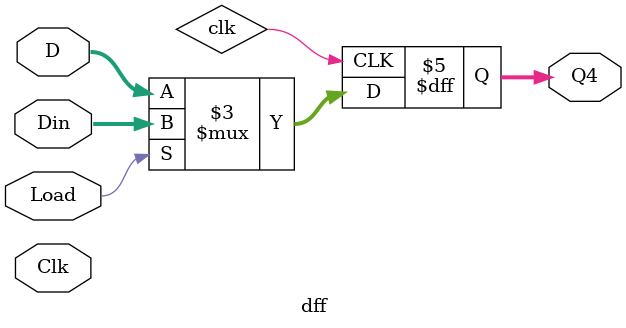
<source format=v>
module dff (Clk, D, Din, Load, Q4);
input Clk,Load;
input [3:0] D;
input [3:0] Din;
output [3:0] Q4;
reg [3:0] Q4;
always@ (posedge clk)
if (Load) Q4 = Din;
else Q4 = D;

endmodule
</source>
